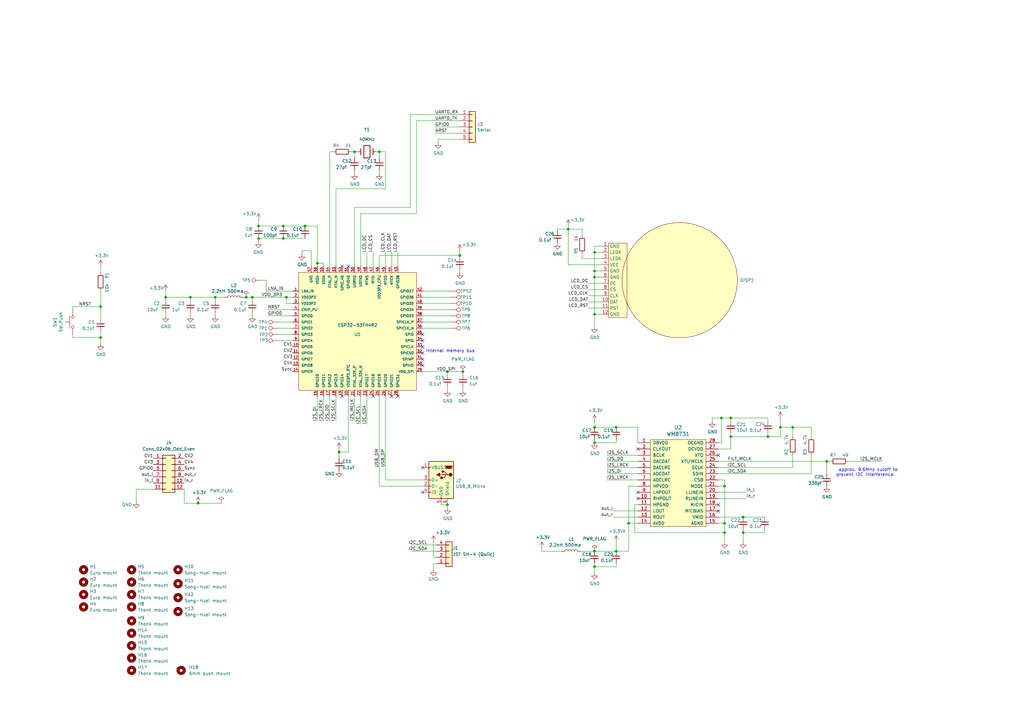
<source format=kicad_sch>
(kicad_sch (version 20230121) (generator eeschema)
  (paper "A3")
  (title_block (title "S3 GTA Panel") (date "2023-08-13"))
  (junction (at 116.205 92.71))
  (junction (at 125.095 92.71))
  (junction (at 189.865 152.4))
  (junction (at 100.965 121.92))
  (junction (at 243.84 111.125))
  (junction (at 257.81 214.63))
  (junction (at 243.84 113.665))
  (junction (at 325.12 175.26))
  (junction (at 78.105 121.92))
  (junction (at 252.73 226.06))
  (junction (at 243.84 226.06))
  (junction (at 188.595 104.775))
  (junction (at 106.045 92.71))
  (junction (at 243.84 181.61))
  (junction (at 304.8 218.44))
  (junction (at 320.04 175.26))
  (junction (at 139.065 185.42))
  (junction (at 243.84 128.905))
  (junction (at 41.275 138.43))
  (junction (at 295.91 171.45))
  (junction (at 297.18 214.63))
  (junction (at 130.175 107.95))
  (junction (at 155.575 62.23))
  (junction (at 314.96 179.07))
  (junction (at 145.415 62.23))
  (junction (at 299.72 179.07))
  (junction (at 304.8 212.09))
  (junction (at 106.045 97.79))
  (junction (at 297.18 218.44))
  (junction (at 297.18 199.39))
  (junction (at 243.84 175.26))
  (junction (at 67.945 121.92))
  (junction (at 81.28 206.375))
  (junction (at 183.515 207.01))
  (junction (at 233.045 93.98))
  (junction (at 117.475 121.92))
  (junction (at 183.515 152.4))
  (junction (at 243.84 103.505))
  (junction (at 252.73 175.26))
  (junction (at 339.09 189.23))
  (junction (at 103.505 121.92))
  (junction (at 243.84 232.41))
  (junction (at 88.265 121.92))
  (junction (at 41.275 125.73))
  (junction (at 299.72 171.45))
  (junction (at 116.205 97.79))
  (no_connect (at 294.64 207.01))
  (no_connect (at 140.335 162.56))
  (no_connect (at 173.355 137.16))
  (no_connect (at 294.64 209.55))
  (no_connect (at 173.355 149.86))
  (no_connect (at 294.64 186.69))
  (no_connect (at 261.62 184.15))
  (no_connect (at 173.355 201.93))
  (no_connect (at 153.035 162.56))
  (no_connect (at 173.355 147.32))
  (no_connect (at 261.62 204.47))
  (no_connect (at 173.355 191.77))
  (no_connect (at 173.355 139.7))
  (no_connect (at 163.195 162.56))
  (no_connect (at 160.655 162.56))
  (no_connect (at 173.355 144.78))
  (no_connect (at 140.335 109.22))
  (no_connect (at 261.62 201.93))
  (no_connect (at 173.355 142.24))
  (no_connect (at 142.875 109.22))
  (wire (pts (xy 173.355 129.54) (xy 184.785 129.54)))
  (wire (pts (xy 158.115 196.85) (xy 173.355 196.85)))
  (wire (pts (xy 155.575 104.775) (xy 155.575 109.22)))
  (wire (pts (xy 145.415 64.77) (xy 145.415 62.23)))
  (wire (pts (xy 88.265 129.54) (xy 88.265 128.27)))
  (wire (pts (xy 188.595 102.87) (xy 188.595 104.775)))
  (wire (pts (xy 294.64 189.23) (xy 339.09 189.23)))
  (wire (pts (xy 158.115 77.47) (xy 137.795 77.47)))
  (wire (pts (xy 252.73 222.25) (xy 252.73 226.06)))
  (wire (pts (xy 155.575 199.39) (xy 173.355 199.39)))
  (wire (pts (xy 147.955 162.56) (xy 147.955 173.99)))
  (wire (pts (xy 142.875 162.56) (xy 142.875 185.42)))
  (wire (pts (xy 243.84 175.26) (xy 243.84 172.72)))
  (wire (pts (xy 127.635 102.87) (xy 127.635 109.22)))
  (wire (pts (xy 103.505 121.92) (xy 117.475 121.92)))
  (wire (pts (xy 189.865 152.4) (xy 189.865 153.67)))
  (wire (pts (xy 261.62 189.23) (xy 248.92 189.23)))
  (wire (pts (xy 135.255 62.23) (xy 135.255 109.22)))
  (wire (pts (xy 75.565 206.375) (xy 75.565 200.66)))
  (wire (pts (xy 173.355 119.38) (xy 184.785 119.38)))
  (wire (pts (xy 304.8 218.44) (xy 304.8 222.25)))
  (wire (pts (xy 257.81 199.39) (xy 257.81 214.63)))
  (wire (pts (xy 163.195 103.505) (xy 163.195 109.22)))
  (wire (pts (xy 243.84 128.905) (xy 247.015 128.905)))
  (wire (pts (xy 168.91 226.06) (xy 179.07 226.06)))
  (wire (pts (xy 41.275 138.43) (xy 41.275 135.89)))
  (wire (pts (xy 145.415 162.56) (xy 145.415 172.72)))
  (wire (pts (xy 155.575 71.12) (xy 155.575 69.85)))
  (wire (pts (xy 243.84 181.61) (xy 252.73 181.61)))
  (wire (pts (xy 158.115 103.505) (xy 158.115 109.22)))
  (wire (pts (xy 297.18 196.85) (xy 294.64 196.85)))
  (wire (pts (xy 314.96 179.07) (xy 314.96 177.8)))
  (wire (pts (xy 177.8 231.14) (xy 179.07 231.14)))
  (wire (pts (xy 160.655 103.505) (xy 160.655 109.22)))
  (wire (pts (xy 154.305 62.23) (xy 155.575 62.23)))
  (wire (pts (xy 294.64 181.61) (xy 295.91 181.61)))
  (wire (pts (xy 145.415 85.09) (xy 168.275 85.09)))
  (wire (pts (xy 81.28 206.375) (xy 90.805 206.375)))
  (wire (pts (xy 145.415 62.23) (xy 146.685 62.23)))
  (wire (pts (xy 261.62 175.26) (xy 252.73 175.26)))
  (wire (pts (xy 299.72 172.72) (xy 299.72 171.45)))
  (wire (pts (xy 241.3 126.365) (xy 247.015 126.365)))
  (wire (pts (xy 183.515 152.4) (xy 189.865 152.4)))
  (wire (pts (xy 173.355 121.92) (xy 184.785 121.92)))
  (wire (pts (xy 257.81 214.63) (xy 257.81 226.06)))
  (wire (pts (xy 116.205 92.71) (xy 106.045 92.71)))
  (wire (pts (xy 179.705 58.42) (xy 179.705 57.15)))
  (wire (pts (xy 130.175 107.95) (xy 130.175 109.22)))
  (wire (pts (xy 130.175 107.95) (xy 132.715 107.95)))
  (wire (pts (xy 294.64 194.31) (xy 332.74 194.31)))
  (wire (pts (xy 67.945 121.92) (xy 67.945 119.38)))
  (wire (pts (xy 238.76 93.98) (xy 233.045 93.98)))
  (wire (pts (xy 109.22 119.38) (xy 120.015 119.38)))
  (wire (pts (xy 297.18 218.44) (xy 297.18 222.25)))
  (wire (pts (xy 132.715 162.56) (xy 132.715 172.72)))
  (wire (pts (xy 135.255 62.23) (xy 136.525 62.23)))
  (wire (pts (xy 294.64 184.15) (xy 299.72 184.15)))
  (wire (pts (xy 222.25 226.06) (xy 222.25 224.79)))
  (wire (pts (xy 29.845 138.43) (xy 29.845 137.16)))
  (wire (pts (xy 325.12 175.26) (xy 325.12 179.07)))
  (wire (pts (xy 183.515 158.75) (xy 183.515 160.02)))
  (wire (pts (xy 294.64 212.09) (xy 304.8 212.09)))
  (wire (pts (xy 332.74 175.26) (xy 332.74 179.07)))
  (wire (pts (xy 251.46 212.09) (xy 261.62 212.09)))
  (wire (pts (xy 241.3 118.745) (xy 247.015 118.745)))
  (wire (pts (xy 294.64 214.63) (xy 297.18 214.63)))
  (wire (pts (xy 304.8 218.44) (xy 313.69 218.44)))
  (wire (pts (xy 295.91 171.45) (xy 299.72 171.45)))
  (wire (pts (xy 295.91 181.61) (xy 295.91 171.45)))
  (wire (pts (xy 29.845 125.73) (xy 41.275 125.73)))
  (wire (pts (xy 314.96 171.45) (xy 314.96 172.72)))
  (wire (pts (xy 238.76 104.14) (xy 238.76 106.045)))
  (wire (pts (xy 142.875 185.42) (xy 139.065 185.42)))
  (wire (pts (xy 173.355 124.46) (xy 184.785 124.46)))
  (wire (pts (xy 294.64 191.77) (xy 325.12 191.77)))
  (wire (pts (xy 29.845 125.73) (xy 29.845 127)))
  (wire (pts (xy 106.045 90.17) (xy 106.045 92.71)))
  (wire (pts (xy 67.945 129.54) (xy 67.945 128.27)))
  (wire (pts (xy 243.84 226.06) (xy 252.73 226.06)))
  (wire (pts (xy 238.125 226.06) (xy 243.84 226.06)))
  (wire (pts (xy 261.62 181.61) (xy 261.62 175.26)))
  (wire (pts (xy 252.73 232.41) (xy 252.73 231.14)))
  (wire (pts (xy 292.1 172.72) (xy 292.1 171.45)))
  (wire (pts (xy 261.62 196.85) (xy 248.92 196.85)))
  (wire (pts (xy 297.18 214.63) (xy 297.18 218.44)))
  (wire (pts (xy 183.515 152.4) (xy 183.515 153.67)))
  (wire (pts (xy 55.88 200.66) (xy 55.88 205.74)))
  (wire (pts (xy 260.35 218.44) (xy 260.35 207.01)))
  (wire (pts (xy 243.84 111.125) (xy 247.015 111.125)))
  (wire (pts (xy 41.275 119.38) (xy 41.275 125.73)))
  (wire (pts (xy 145.415 71.12) (xy 145.415 69.85)))
  (wire (pts (xy 188.595 54.61) (xy 178.435 54.61)))
  (wire (pts (xy 99.695 121.92) (xy 100.965 121.92)))
  (wire (pts (xy 325.12 191.77) (xy 325.12 186.69)))
  (wire (pts (xy 155.575 62.23) (xy 158.115 62.23)))
  (wire (pts (xy 188.595 52.07) (xy 178.435 52.07)))
  (wire (pts (xy 100.965 121.92) (xy 103.505 121.92)))
  (wire (pts (xy 339.09 189.23) (xy 340.36 189.23)))
  (wire (pts (xy 297.18 199.39) (xy 297.18 196.85)))
  (wire (pts (xy 320.04 179.07) (xy 320.04 175.26)))
  (wire (pts (xy 243.84 181.61) (xy 243.84 180.34)))
  (wire (pts (xy 55.88 200.66) (xy 62.865 200.66)))
  (wire (pts (xy 243.84 232.41) (xy 243.84 234.95)))
  (wire (pts (xy 304.8 217.17) (xy 304.8 218.44)))
  (wire (pts (xy 173.355 152.4) (xy 183.515 152.4)))
  (wire (pts (xy 158.115 62.23) (xy 158.115 77.47)))
  (wire (pts (xy 144.145 62.23) (xy 145.415 62.23)))
  (wire (pts (xy 103.505 123.19) (xy 103.505 121.92)))
  (wire (pts (xy 297.18 218.44) (xy 260.35 218.44)))
  (wire (pts (xy 189.865 160.02) (xy 189.865 158.75)))
  (wire (pts (xy 247.015 108.585) (xy 233.045 108.585)))
  (wire (pts (xy 180.975 207.01) (xy 183.515 207.01)))
  (wire (pts (xy 332.74 194.31) (xy 332.74 186.69)))
  (wire (pts (xy 177.8 233.68) (xy 177.8 231.14)))
  (wire (pts (xy 243.84 103.505) (xy 243.84 111.125)))
  (wire (pts (xy 139.065 185.42) (xy 139.065 184.15)))
  (wire (pts (xy 297.18 214.63) (xy 297.18 199.39)))
  (wire (pts (xy 137.795 77.47) (xy 137.795 109.22)))
  (wire (pts (xy 347.98 189.23) (xy 361.95 189.23)))
  (wire (pts (xy 137.795 172.72) (xy 137.795 162.56)))
  (wire (pts (xy 304.8 212.09) (xy 313.69 212.09)))
  (wire (pts (xy 294.64 204.47) (xy 306.07 204.47)))
  (wire (pts (xy 238.76 96.52) (xy 238.76 93.98)))
  (wire (pts (xy 247.015 106.045) (xy 238.76 106.045)))
  (wire (pts (xy 114.3 137.16) (xy 120.015 137.16)))
  (wire (pts (xy 243.84 231.14) (xy 243.84 232.41)))
  (wire (pts (xy 168.275 85.09) (xy 168.275 46.99)))
  (wire (pts (xy 153.035 103.505) (xy 153.035 109.22)))
  (wire (pts (xy 261.62 199.39) (xy 257.81 199.39)))
  (wire (pts (xy 233.045 92.71) (xy 233.045 93.98)))
  (wire (pts (xy 243.84 175.26) (xy 252.73 175.26)))
  (wire (pts (xy 155.575 104.775) (xy 188.595 104.775)))
  (wire (pts (xy 132.715 107.95) (xy 132.715 109.22)))
  (wire (pts (xy 41.275 130.81) (xy 41.275 125.73)))
  (wire (pts (xy 233.045 108.585) (xy 233.045 93.98)))
  (wire (pts (xy 243.84 113.665) (xy 243.84 128.905)))
  (wire (pts (xy 173.355 134.62) (xy 184.785 134.62)))
  (wire (pts (xy 243.84 128.905) (xy 243.84 133.985)))
  (wire (pts (xy 294.64 201.93) (xy 306.07 201.93)))
  (wire (pts (xy 109.855 129.54) (xy 120.015 129.54)))
  (wire (pts (xy 243.84 232.41) (xy 252.73 232.41)))
  (wire (pts (xy 117.475 124.46) (xy 117.475 121.92)))
  (wire (pts (xy 78.105 129.54) (xy 78.105 128.27)))
  (wire (pts (xy 177.8 228.6) (xy 177.8 222.25)))
  (wire (pts (xy 299.72 177.8) (xy 299.72 179.07)))
  (wire (pts (xy 314.96 179.07) (xy 320.04 179.07)))
  (wire (pts (xy 233.045 93.98) (xy 228.6 93.98)))
  (wire (pts (xy 139.065 185.42) (xy 139.065 187.96)))
  (wire (pts (xy 228.6 93.98) (xy 228.6 94.615)))
  (wire (pts (xy 158.115 162.56) (xy 158.115 196.85)))
  (wire (pts (xy 320.04 175.26) (xy 320.04 171.45)))
  (wire (pts (xy 78.105 121.92) (xy 67.945 121.92)))
  (wire (pts (xy 170.815 49.53) (xy 188.595 49.53)))
  (wire (pts (xy 117.475 121.92) (xy 120.015 121.92)))
  (wire (pts (xy 179.07 228.6) (xy 177.8 228.6)))
  (wire (pts (xy 155.575 62.23) (xy 155.575 64.77)))
  (wire (pts (xy 325.12 175.26) (xy 332.74 175.26)))
  (wire (pts (xy 130.175 172.72) (xy 130.175 162.56)))
  (wire (pts (xy 292.1 171.45) (xy 295.91 171.45)))
  (wire (pts (xy 41.275 140.97) (xy 41.275 138.43)))
  (wire (pts (xy 88.265 121.92) (xy 78.105 121.92)))
  (wire (pts (xy 120.015 124.46) (xy 117.475 124.46)))
  (wire (pts (xy 320.04 175.26) (xy 325.12 175.26)))
  (wire (pts (xy 260.35 207.01) (xy 261.62 207.01)))
  (wire (pts (xy 125.095 92.71) (xy 130.175 92.71)))
  (wire (pts (xy 92.075 121.92) (xy 88.265 121.92)))
  (wire (pts (xy 114.3 134.62) (xy 120.015 134.62)))
  (wire (pts (xy 173.355 132.08) (xy 184.785 132.08)))
  (wire (pts (xy 130.175 92.71) (xy 130.175 107.95)))
  (wire (pts (xy 299.72 171.45) (xy 314.96 171.45)))
  (wire (pts (xy 67.945 123.19) (xy 67.945 121.92)))
  (wire (pts (xy 243.84 103.505) (xy 247.015 103.505)))
  (wire (pts (xy 135.255 162.56) (xy 135.255 172.72)))
  (wire (pts (xy 116.205 92.71) (xy 125.095 92.71)))
  (wire (pts (xy 116.205 97.79) (xy 125.095 97.79)))
  (wire (pts (xy 173.355 127) (xy 184.785 127)))
  (wire (pts (xy 123.825 102.87) (xy 123.825 104.14)))
  (wire (pts (xy 261.62 191.77) (xy 248.92 191.77)))
  (wire (pts (xy 188.595 104.775) (xy 188.595 105.41)))
  (wire (pts (xy 261.62 194.31) (xy 248.92 194.31)))
  (wire (pts (xy 188.595 110.49) (xy 188.595 111.76)))
  (wire (pts (xy 251.46 209.55) (xy 261.62 209.55)))
  (wire (pts (xy 109.22 114.935) (xy 107.315 114.935)))
  (wire (pts (xy 168.91 223.52) (xy 179.07 223.52)))
  (wire (pts (xy 294.64 199.39) (xy 297.18 199.39)))
  (wire (pts (xy 247.015 100.965) (xy 243.84 100.965)))
  (wire (pts (xy 179.705 57.15) (xy 188.595 57.15)))
  (wire (pts (xy 150.495 162.56) (xy 150.495 173.99)))
  (wire (pts (xy 109.22 119.38) (xy 109.22 114.935)))
  (wire (pts (xy 313.69 218.44) (xy 313.69 217.17)))
  (wire (pts (xy 243.84 113.665) (xy 247.015 113.665)))
  (wire (pts (xy 147.955 87.63) (xy 170.815 87.63)))
  (wire (pts (xy 243.84 111.125) (xy 243.84 113.665)))
  (wire (pts (xy 252.73 181.61) (xy 252.73 180.34)))
  (wire (pts (xy 241.3 121.285) (xy 247.015 121.285)))
  (wire (pts (xy 78.105 123.19) (xy 78.105 121.92)))
  (wire (pts (xy 168.275 46.99) (xy 188.595 46.99)))
  (wire (pts (xy 88.265 123.19) (xy 88.265 121.92)))
  (wire (pts (xy 145.415 109.22) (xy 145.415 85.09)))
  (wire (pts (xy 116.205 97.79) (xy 106.045 97.79)))
  (wire (pts (xy 241.3 116.205) (xy 247.015 116.205)))
  (wire (pts (xy 103.505 129.54) (xy 103.505 128.27)))
  (wire (pts (xy 41.275 138.43) (xy 29.845 138.43)))
  (wire (pts (xy 81.28 206.375) (xy 75.565 206.375)))
  (wire (pts (xy 147.955 109.22) (xy 147.955 87.63)))
  (wire (pts (xy 183.515 208.28) (xy 183.515 207.01)))
  (wire (pts (xy 114.3 139.7) (xy 120.015 139.7)))
  (wire (pts (xy 114.3 132.08) (xy 120.015 132.08)))
  (wire (pts (xy 109.855 127) (xy 120.015 127)))
  (wire (pts (xy 155.575 162.56) (xy 155.575 199.39)))
  (wire (pts (xy 261.62 186.69) (xy 248.92 186.69)))
  (wire (pts (xy 252.73 226.06) (xy 257.81 226.06)))
  (wire (pts (xy 299.72 179.07) (xy 314.96 179.07)))
  (wire (pts (xy 339.09 194.31) (xy 339.09 189.23)))
  (wire (pts (xy 261.62 214.63) (xy 257.81 214.63)))
  (wire (pts (xy 230.505 226.06) (xy 222.25 226.06)))
  (wire (pts (xy 170.815 87.63) (xy 170.815 49.53)))
  (wire (pts (xy 127.635 102.87) (xy 123.825 102.87)))
  (wire (pts (xy 241.3 123.825) (xy 247.015 123.825)))
  (wire (pts (xy 299.72 184.15) (xy 299.72 179.07)))
  (wire (pts (xy 41.275 109.22) (xy 41.275 111.76)))
  (wire (pts (xy 106.045 99.06) (xy 106.045 97.79)))
  (wire (pts (xy 243.84 100.965) (xy 243.84 103.505)))
  (wire (pts (xy 150.495 103.505) (xy 150.495 109.22)))
  (text "Internal memory bus" (at 174.625 144.78 0) (effects (font (size 1.27 1.27)) (justify left bottom)))
  (text " approx. 9.6MHz cutoff to\nprevent I2C interference." (at 342.9 195.58 0) (effects (font (size 1.27 1.27)) (justify left bottom)))
  (label "out_r" (at 251.46 212.09 180))
  (label "out_l" (at 251.46 209.55 180))
  (label "GPIO0" (at 62.865 193.04 180))
  (label "UART0_TX" (at 178.435 49.53 0))
  (label "NRST" (at 32.385 125.73 0))
  (label "VDD_3P3" (at 107.315 121.92 0))
  (label "LCD_CS" (at 153.035 103.505 90))
  (label "LNA_IN" (at 109.855 119.38 0))
  (label "in_l" (at 62.865 198.12 180))
  (label "VDD_SPI" (at 179.07 152.4 0))
  (label "CV3" (at 62.865 190.5 180))
  (label "in_l" (at 306.07 201.93 0))
  (label "LCD_RST" (at 163.195 103.505 90))
  (label "I2C_SCL" (at 175.26 223.52 180))
  (label "CV1" (at 62.865 187.96 180))
  (label "I2C_SCL" (at 147.955 173.99 90))
  (label "CV2" (at 120.015 144.78 180))
  (label "LCD_CLK" (at 158.115 103.505 90))
  (label "I2S_LRCK" (at 248.92 196.85 0))
  (label "Sync" (at 120.015 152.4 180))
  (label "I2S_LRCK" (at 248.92 191.77 0))
  (label "LCD_CS" (at 241.3 118.745 180))
  (label "GPIO0" (at 178.435 52.07 0))
  (label "LCD_DAT" (at 241.3 123.825 180))
  (label "LCD_RST" (at 241.3 126.365 180))
  (label "GPIO0" (at 109.855 129.54 0))
  (label "USB_DM" (at 155.575 191.77 90))
  (label "out_l" (at 62.865 195.58 180))
  (label "I2C_SCL" (at 306.07 191.77 180))
  (label "I2S_SCLK" (at 137.795 172.72 90))
  (label "I2C_SDA" (at 306.07 194.31 180))
  (label "I2S_DI" (at 248.92 194.31 0))
  (label "LCD_DC" (at 241.3 116.205 180))
  (label "I2S_MCLK" (at 145.415 172.72 90))
  (label "Sync" (at 75.565 193.04 0))
  (label "I2C_SDA" (at 150.495 173.99 90))
  (label "out_r" (at 75.565 195.58 0))
  (label "NRST" (at 109.855 127 0))
  (label "CV4" (at 120.015 149.86 180))
  (label "LCD_CLK" (at 241.3 121.285 180))
  (label "I2S_LRCK" (at 132.715 172.72 90))
  (label "I2S_DI" (at 130.175 172.72 90))
  (label "I2S_DO" (at 248.92 189.23 0))
  (label "CV2" (at 75.565 187.96 0))
  (label "in_r" (at 306.07 204.47 0))
  (label "USB_DP" (at 158.115 184.15 270))
  (label "I2S_MCLK" (at 361.95 189.23 180))
  (label "CV3" (at 120.015 147.32 180))
  (label "CV1" (at 120.015 142.24 180))
  (label "I2S_SCLK" (at 248.92 186.69 0))
  (label "I2S_DO" (at 135.255 172.72 90))
  (label "NRST" (at 178.435 54.61 0))
  (label "LCD_DC" (at 150.495 103.505 90))
  (label "UART0_RX" (at 178.435 46.99 0))
  (label "LCD_DAT" (at 160.655 103.505 90))
  (label "FILT_MCLK" (at 298.45 189.23 0))
  (label "I2C_SDA" (at 175.26 226.06 180))
  (label "in_r" (at 75.565 198.12 0))
  (label "CV4" (at 75.565 190.5 0))
  (symbol (lib_id "Device:R") (at 238.76 100.33 0) (unit 1)
    (property "Reference" "R5" (at 236.22 102.87 90))
    (property "Value" "1k" (at 236.22 97.79 90))
    (property "Footprint" "Resistor_SMD:R_0603_1608Metric" (effects hide))
    (property "JLC" "https://jlcpcb.com/partdetail/21904-0603WAF1001T5E/C21190" (effects hide))
  )
  (symbol (lib_id "Mechanical:MountingHole") (at 73.025 233.68 0) (unit 1)
    (property "Reference" "H10" (at 75.565 232.41 0) (effects (justify left)))
    (property "Value" "Song-Huei mount" (at 75.565 234.95 0) (effects (justify left)))
    (property "Footprint" "footprints:Mount_Hole_Song_Huei" (effects hide))
  )
  (symbol (lib_id "power:+3.3V") (at 106.045 90.17 0) (mirror y) (unit 1)
    (property "Reference" "#PWR012" (effects hide))
    (property "Value" "+3.3V" (at 102.235 87.63 0))
  )
  (symbol (lib_id "power:GND") (at 103.505 129.54 0) (unit 1)
    (property "Reference" "#PWR011" (effects hide))
    (property "Value" "GND" (at 103.632 133.9342 0))
  )
  (symbol (lib_id "power:GND") (at 145.415 71.12 0) (unit 1)
    (property "Reference" "#PWR017" (effects hide))
    (property "Value" "GND" (at 145.542 75.5142 0))
  )
  (symbol (lib_id "Device:C_Small") (at 116.205 95.25 0) (mirror y) (unit 1)
    (property "Reference" "C9" (at 113.665 93.98 0) (effects (justify left)))
    (property "Value" "100pf" (at 113.665 96.52 0) (effects (justify left)))
    (property "Footprint" "Capacitor_SMD:C_0603_1608Metric" (effects hide))
  )
  (symbol (lib_id "Device:R") (at 344.17 189.23 270) (unit 1)
    (property "Reference" "R7" (at 341.63 186.69 90))
    (property "Value" "49" (at 346.71 186.69 90))
    (property "Footprint" "Resistor_SMD:R_0603_1608Metric" (effects hide))
  )
  (symbol (lib_id "Connector:TestPoint") (at 184.785 119.38 270) (unit 1)
    (property "Reference" "TP12" (at 191.135 119.38 90))
    (property "Value" "TouchPad" (effects hide))
    (property "Footprint" "footprints:TestPoint_Pad_D0.5mm" (effects hide))
  )
  (symbol (lib_id "Connector_Generic:Conn_01x05") (at 193.675 52.07 0) (unit 1)
    (property "Reference" "J3" (at 195.707 51.0032 0) (effects (justify left)))
    (property "Value" "Serial" (at 195.707 53.3146 0) (effects (justify left)))
    (property "Footprint" "Connector_Harwin:Harwin_M20-89005xx_1x05_P2.54mm_Horizontal" (effects hide))
  )
  (symbol (lib_id "Switch:SW_Push") (at 29.845 132.08 90) (mirror x) (unit 1)
    (property "Reference" "SW1" (at 22.606 132.08 0))
    (property "Value" "SW_Push" (at 24.9174 132.08 0))
    (property "Footprint" "Button_Switch_SMD:SW_Push_1P1T_NO_CK_KMR2" (effects hide))
  )
  (symbol (lib_id "Device:C_Small") (at 252.73 177.8 0) (unit 1)
    (property "Reference" "C19" (at 247.65 176.53 0) (effects (justify left)))
    (property "Value" "0.1uf" (at 245.11 179.07 0) (effects (justify left)))
    (property "Footprint" "Capacitor_SMD:C_0603_1608Metric" (effects hide))
  )
  (symbol (lib_id "Device:C_Small") (at 67.945 125.73 0) (unit 1)
    (property "Reference" "C2" (at 62.865 124.46 0) (effects (justify left)))
    (property "Value" "10uf" (at 60.325 127 0) (effects (justify left)))
    (property "Footprint" "Capacitor_SMD:C_0805_2012Metric" (effects hide))
    (property "JLC" "https://jlcpcb.com/partdetail/439567-GRM21BR61H106KE43L/C440198" (effects hide))
  )
  (symbol (lib_id "power:GND") (at 304.8 222.25 0) (unit 1)
    (property "Reference" "#PWR036" (effects hide))
    (property "Value" "GND" (at 304.927 226.6442 0))
  )
  (symbol (lib_id "power:GND") (at 183.515 160.02 0) (unit 1)
    (property "Reference" "#PWR023" (effects hide))
    (property "Value" "GND" (at 183.642 164.4142 0))
  )
  (symbol (lib_id "Device:C_Small") (at 339.09 196.85 0) (unit 1)
    (property "Reference" "C25" (at 334.01 195.58 0) (effects (justify left)))
    (property "Value" "330pf" (at 331.47 198.12 0) (effects (justify left)))
    (property "Footprint" "Capacitor_SMD:C_0603_1608Metric" (effects hide))
  )
  (symbol (lib_id "Connector:TestPoint") (at 114.3 132.08 90) (unit 1)
    (property "Reference" "TP4" (at 107.95 132.08 90))
    (property "Value" "TouchPad" (effects hide))
    (property "Footprint" "footprints:quarter_touch" (effects hide))
  )
  (symbol (lib_id "power:+3.3V") (at 222.25 224.79 0) (unit 1)
    (property "Reference" "#PWR05" (effects hide))
    (property "Value" "+3.3V" (at 222.631 220.3958 0))
  )
  (symbol (lib_id "Connector:TestPoint") (at 184.785 124.46 270) (unit 1)
    (property "Reference" "TP10" (at 191.135 124.46 90))
    (property "Value" "TouchPad" (effects hide))
    (property "Footprint" "footprints:TestPoint_Pad_D0.5mm" (effects hide))
  )
  (symbol (lib_id "Device:C_Small") (at 88.265 125.73 0) (unit 1)
    (property "Reference" "C5" (at 83.185 124.46 0) (effects (justify left)))
    (property "Value" "0.1uf" (at 80.645 127 0) (effects (justify left)))
    (property "Footprint" "Capacitor_SMD:C_0603_1608Metric" (effects hide))
    (property "JLC" "https://jlcpcb.com/partdetail/Yageo-CC0603KRX7R9BB104/C14663" (effects hide))
  )
  (symbol (lib_id "Mechanical:MountingHole") (at 34.29 233.68 0) (unit 1)
    (property "Reference" "H1" (at 36.83 232.41 0) (effects (justify left)))
    (property "Value" "Euro mount" (at 36.83 234.95 0) (effects (justify left)))
    (property "Footprint" "footprints:Mount_Hole_Euro_Rack" (effects hide))
  )
  (symbol (lib_id "power:+3.3V") (at 320.04 171.45 0) (unit 1)
    (property "Reference" "#PWR037" (effects hide))
    (property "Value" "+3.3V" (at 320.421 167.0558 0))
  )
  (symbol (lib_id "power:GND") (at 243.84 181.61 0) (unit 1)
    (property "Reference" "#PWR031" (effects hide))
    (property "Value" "GND" (at 243.967 186.0042 0))
  )
  (symbol (lib_id "Device:L") (at 234.315 226.06 90) (unit 1)
    (property "Reference" "L1" (at 234.315 221.234 90))
    (property "Value" "2.2nH 500ma" (at 231.775 223.52 90))
    (property "Footprint" "Capacitor_SMD:C_0603_1608Metric" (effects hide))
  )
  (symbol (lib_id "power:GND") (at 78.105 129.54 0) (unit 1)
    (property "Reference" "#PWR07" (effects hide))
    (property "Value" "GND" (at 78.232 133.9342 0))
  )
  (symbol (lib_id "power:GND") (at 123.825 104.14 0) (unit 1)
    (property "Reference" "#PWR014" (effects hide))
    (property "Value" "GND" (at 123.952 108.5342 0))
  )
  (symbol (lib_id "power:+3.3V") (at 233.045 92.71 0) (unit 1)
    (property "Reference" "#PWR029" (effects hide))
    (property "Value" "+3.3V" (at 236.855 90.17 0))
  )
  (symbol (lib_id "power:GND") (at 228.6 99.695 0) (unit 1)
    (property "Reference" "#PWR039" (effects hide))
    (property "Value" "GND" (at 228.727 104.0892 0))
  )
  (symbol (lib_id "power:+3.3V") (at 41.275 109.22 0) (unit 1)
    (property "Reference" "#PWR01" (effects hide))
    (property "Value" "+3.3V" (at 41.656 104.8258 0))
  )
  (symbol (lib_id "Mechanical:MountingHole") (at 73.025 245.11 0) (unit 1)
    (property "Reference" "H12" (at 75.565 243.84 0) (effects (justify left)))
    (property "Value" "Song-Huei mount" (at 75.565 246.38 0) (effects (justify left)))
    (property "Footprint" "footprints:Mount_Hole_Song_Huei" (effects hide))
  )
  (symbol (lib_id "Mechanical:MountingHole") (at 53.975 264.795 0) (unit 1)
    (property "Reference" "H15" (at 56.515 263.525 0) (effects (justify left)))
    (property "Value" "Thonk mount" (at 56.515 266.065 0) (effects (justify left)))
    (property "Footprint" "footprints:Mount_Hole_Thonk" (effects hide))
  )
  (symbol (lib_id "power:PWR_FLAG") (at 100.965 121.92 0) (unit 1)
    (property "Reference" "#FLG01" (effects hide))
    (property "Value" "PWR_FLAG" (effects hide))
  )
  (symbol (lib_id "Device:C_Small") (at 145.415 67.31 0) (unit 1)
    (property "Reference" "C12" (at 140.335 66.04 0) (effects (justify left)))
    (property "Value" "27pf" (at 137.795 68.58 0) (effects (justify left)))
    (property "Footprint" "Capacitor_SMD:C_0603_1608Metric" (effects hide))
    (property "JLC" "https://jlcpcb.com/partdetail/Yageo-CC0603JRNPO9BN270/C107045" (effects hide))
  )
  (symbol (lib_id "power:+3.3VA") (at 252.73 222.25 0) (unit 1)
    (property "Reference" "#PWR033" (effects hide))
    (property "Value" "+3.3VA" (at 253.111 217.8558 0))
  )
  (symbol (lib_id "Connector_Generic:Conn_02x06_Odd_Even") (at 67.945 193.04 0) (unit 1)
    (property "Reference" "J4" (at 69.215 181.61 0))
    (property "Value" "Conn_02x06_Odd_Even" (at 69.215 184.15 0))
    (property "Footprint" "Connector_PinHeader_2.54mm:PinHeader_2x06_P2.54mm_Vertical_SMD" (effects hide))
  )
  (symbol (lib_id "Mechanical:MountingHole") (at 53.975 269.875 0) (unit 1)
    (property "Reference" "H16" (at 56.515 268.605 0) (effects (justify left)))
    (property "Value" "Thonk mount" (at 56.515 271.145 0) (effects (justify left)))
    (property "Footprint" "footprints:Mount_Hole_Thonk" (effects hide))
  )
  (symbol (lib_id "power:+3.3V") (at 243.84 172.72 0) (unit 1)
    (property "Reference" "#PWR030" (effects hide))
    (property "Value" "+3.3V" (at 244.221 168.3258 0))
  )
  (symbol (lib_id "Connector:TestPoint") (at 114.3 134.62 90) (unit 1)
    (property "Reference" "TP1" (at 107.95 134.62 90))
    (property "Value" "TouchPad" (effects hide))
    (property "Footprint" "footprints:quarter_touch" (effects hide))
  )
  (symbol (lib_id "Device:C_Small") (at 183.515 156.21 0) (unit 1)
    (property "Reference" "C15" (at 178.435 154.94 0) (effects (justify left)))
    (property "Value" "0.1uf" (at 175.895 157.48 0) (effects (justify left)))
    (property "Footprint" "Capacitor_SMD:C_0603_1608Metric" (effects hide))
    (property "JLC" "https://jlcpcb.com/partdetail/Yageo-CC0603KRX7R9BB104/C14663" (effects hide))
  )
  (symbol (lib_id "Mechanical:MountingHole") (at 53.975 248.92 0) (unit 1)
    (property "Reference" "H8" (at 56.515 247.65 0) (effects (justify left)))
    (property "Value" "Thonk mount" (at 56.515 250.19 0) (effects (justify left)))
    (property "Footprint" "footprints:Mount_Hole_Thonk" (effects hide))
  )
  (symbol (lib_id "power:+3.3V") (at 177.8 222.25 0) (unit 1)
    (property "Reference" "#PWR06" (effects hide))
    (property "Value" "+3.3V" (at 181.61 218.44 0))
  )
  (symbol (lib_id "Mechanical:MountingHole") (at 53.975 243.84 0) (unit 1)
    (property "Reference" "H7" (at 56.515 242.57 0) (effects (justify left)))
    (property "Value" "Thonk mount" (at 56.515 245.11 0) (effects (justify left)))
    (property "Footprint" "footprints:Mount_Hole_Thonk" (effects hide))
  )
  (symbol (lib_id "Device:C_Small") (at 299.72 175.26 0) (unit 1)
    (property "Reference" "C21" (at 302.0568 174.0916 0) (effects (justify left)))
    (property "Value" "10uf" (at 302.0568 176.403 0) (effects (justify left)))
    (property "Footprint" "Capacitor_SMD:C_0805_2012Metric" (effects hide))
  )
  (symbol (lib_id "Mechanical:MountingHole") (at 53.975 274.955 0) (unit 1)
    (property "Reference" "H17" (at 56.515 273.685 0) (effects (justify left)))
    (property "Value" "Thonk mount" (at 56.515 276.225 0) (effects (justify left)))
    (property "Footprint" "footprints:Mount_Hole_Thonk" (effects hide))
  )
  (symbol (lib_id "Device:C_Small") (at 189.865 156.21 0) (unit 1)
    (property "Reference" "C16" (at 192.405 154.94 0) (effects (justify left)))
    (property "Value" "1uf" (at 192.405 157.48 0) (effects (justify left)))
    (property "Footprint" "Capacitor_SMD:C_0603_1608Metric" (effects hide))
    (property "JLC" "https://jlcpcb.com/partdetail/16531-CL10A105KB8NNNC/C15849" (effects hide))
  )
  (symbol (lib_id "power:GND") (at 339.09 199.39 0) (unit 1)
    (property "Reference" "#PWR038" (effects hide))
    (property "Value" "GND" (at 339.217 203.7842 0))
  )
  (symbol (lib_id "Device:L") (at 95.885 121.92 90) (unit 1)
    (property "Reference" "L2" (at 95.885 117.094 90))
    (property "Value" "2.2nH 500ma" (at 93.345 119.38 90))
    (property "Footprint" "Capacitor_SMD:C_0603_1608Metric" (effects hide))
  )
  (symbol (lib_id "Mechanical:MountingHole") (at 73.025 250.825 0) (unit 1)
    (property "Reference" "H13" (at 75.565 249.555 0) (effects (justify left)))
    (property "Value" "Song-Huei mount" (at 75.565 252.095 0) (effects (justify left)))
    (property "Footprint" "footprints:Mount_Hole_Song_Huei" (effects hide))
  )
  (symbol (lib_id "Device:C_Small") (at 103.505 125.73 0) (unit 1)
    (property "Reference" "C7" (at 98.425 124.46 0) (effects (justify left)))
    (property "Value" "0.1uf" (at 95.885 127 0) (effects (justify left)))
    (property "Footprint" "Capacitor_SMD:C_0603_1608Metric" (effects hide))
    (property "JLC" "https://jlcpcb.com/partdetail/Yageo-CC0603KRX7R9BB104/C14663" (effects hide))
  )
  (symbol (lib_id "Connector:TestPoint") (at 184.785 127 270) (unit 1)
    (property "Reference" "TP9" (at 191.135 127 90))
    (property "Value" "TouchPad" (effects hide))
    (property "Footprint" "footprints:TestPoint_Pad_D0.5mm" (effects hide))
  )
  (symbol (lib_id "power:+3.3V") (at 188.595 102.87 0) (unit 1)
    (property "Reference" "#PWR019" (effects hide))
    (property "Value" "+3.3V" (at 192.405 100.33 0))
  )
  (symbol (lib_id "Mechanical:MountingHole") (at 53.975 238.76 0) (unit 1)
    (property "Reference" "H6" (at 56.515 237.49 0) (effects (justify left)))
    (property "Value" "Thonk mount" (at 56.515 240.03 0) (effects (justify left)))
    (property "Footprint" "footprints:Mount_Hole_Thonk" (effects hide))
  )
  (symbol (lib_id "Connector:USB_B_Micro") (at 180.975 196.85 0) (mirror y) (unit 1)
    (property "Reference" "J2" (at 186.817 197.1294 0) (effects (justify right)))
    (property "Value" "USB_B_Micro" (at 186.817 199.4408 0) (effects (justify right)))
    (property "Footprint" "footprints:USB_Micro-B_10103594-0001LF_actual_outline" (effects hide))
  )
  (symbol (lib_id "power:GND") (at 106.045 99.06 0) (mirror y) (unit 1)
    (property "Reference" "#PWR013" (effects hide))
    (property "Value" "GND" (at 105.918 103.4542 0))
  )
  (symbol (lib_id "Device:C_Small") (at 155.575 67.31 0) (unit 1)
    (property "Reference" "C13" (at 150.495 66.04 0) (effects (justify left)))
    (property "Value" "27pf" (at 147.955 68.58 0) (effects (justify left)))
    (property "Footprint" "Capacitor_SMD:C_0603_1608Metric" (effects hide))
    (property "JLC" "https://jlcpcb.com/partdetail/Yageo-CC0603JRNPO9BN270/C107045" (effects hide))
  )
  (symbol (lib_id "Device:C_Small") (at 228.6 97.155 0) (unit 1)
    (property "Reference" "C26" (at 223.52 95.885 0) (effects (justify left)))
    (property "Value" "0.1uf" (at 220.98 98.425 0) (effects (justify left)))
    (property "Footprint" "Capacitor_SMD:C_0603_1608Metric" (effects hide))
    (property "JLC" "https://jlcpcb.com/partdetail/Yageo-CC0603KRX7R9BB104/C14663" (effects hide))
  )
  (symbol (lib_id "Mechanical:MountingHole") (at 34.29 238.76 0) (unit 1)
    (property "Reference" "H2" (at 36.83 237.49 0) (effects (justify left)))
    (property "Value" "Euro mount" (at 36.83 240.03 0) (effects (justify left)))
    (property "Footprint" "footprints:Mount_Hole_Euro_Rack" (effects hide))
  )
  (symbol (lib_id "Connector:TestPoint") (at 184.785 132.08 270) (unit 1)
    (property "Reference" "TP7" (at 191.135 132.08 90))
    (property "Value" "TouchPad" (effects hide))
    (property "Footprint" "footprints:TestPoint_Pad_D0.5mm" (effects hide))
  )
  (symbol (lib_id "emeb_library:GC9A01_LCD") (at 249.555 114.935 0) (unit 1)
    (property "Reference" "DISP1" (at 303.53 114.935 0) (effects (justify left)))
    (property "Value" "~" (at 249.555 114.935 0))
    (property "Footprint" "footprints:Round_LCD_GC9A01" (effects hide))
  )
  (symbol (lib_id "Device:C_Small") (at 243.84 228.6 0) (unit 1)
    (property "Reference" "C18" (at 238.76 227.33 0) (effects (justify left)))
    (property "Value" "10uf" (at 237.49 229.87 0) (effects (justify left)))
    (property "Footprint" "Capacitor_SMD:C_0805_2012Metric" (effects hide))
  )
  (symbol (lib_id "power:GND") (at 41.275 140.97 0) (unit 1)
    (property "Reference" "#PWR02" (effects hide))
    (property "Value" "GND" (at 41.402 145.3642 0))
  )
  (symbol (lib_id "Connector:TestPoint") (at 114.3 137.16 90) (unit 1)
    (property "Reference" "TP2" (at 108.1511 137.2824 90))
    (property "Value" "TouchPad" (effects hide))
    (property "Footprint" "footprints:quarter_touch" (effects hide))
  )
  (symbol (lib_id "Connector_Generic:Conn_01x04") (at 184.15 228.6 0) (mirror x) (unit 1)
    (property "Reference" "J1" (at 186.69 224.79 0))
    (property "Value" "JST SH-4 (Qwiic)" (at 194.31 227.33 0))
    (property "Footprint" "footprints:JST_SH_SM04B-SRSS-TB_04x1.00mm_Angled" (effects hide))
  )
  (symbol (lib_id "Device:C_Small") (at 125.095 95.25 0) (unit 1)
    (property "Reference" "C10" (at 120.015 93.98 0) (effects (justify left)))
    (property "Value" "0.1uf" (at 117.475 96.52 0) (effects (justify left)))
    (property "Footprint" "Capacitor_SMD:C_0603_1608Metric" (effects hide))
    (property "JLC" "https://jlcpcb.com/partdetail/Yageo-CC0603KRX7R9BB104/C14663" (effects hide))
  )
  (symbol (lib_id "power:GND") (at 188.595 111.76 0) (unit 1)
    (property "Reference" "#PWR020" (effects hide))
    (property "Value" "GND" (at 188.722 116.1542 0))
  )
  (symbol (lib_id "power:PWR_FLAG") (at 90.805 206.375 0) (unit 1)
    (property "Reference" "#FLG04" (effects hide))
    (property "Value" "PWR_FLAG" (at 90.805 201.295 0))
  )
  (symbol (lib_id "power:GND") (at 189.865 160.02 0) (unit 1)
    (property "Reference" "#PWR027" (effects hide))
    (property "Value" "GND" (at 189.992 164.4142 0))
  )
  (symbol (lib_id "power:GND") (at 88.265 129.54 0) (unit 1)
    (property "Reference" "#PWR09" (effects hide))
    (property "Value" "GND" (at 88.392 133.9342 0))
  )
  (symbol (lib_id "Device:R") (at 140.335 62.23 270) (unit 1)
    (property "Reference" "R4" (at 137.795 59.69 90))
    (property "Value" "1k" (at 142.875 59.69 90))
    (property "Footprint" "Resistor_SMD:R_0603_1608Metric" (effects hide))
    (property "JLC" "https://jlcpcb.com/partdetail/21904-0603WAF1001T5E/C21190" (effects hide))
  )
  (symbol (lib_id "emeb_library:Crystal_4pin_SMD") (at 150.495 62.23 0) (unit 1)
    (property "Reference" "Y1" (at 150.495 53.1368 0))
    (property "Value" "40MHz" (at 150.495 57.15 0))
    (property "Footprint" "Crystal:Crystal_SMD_3225-4Pin_3.2x2.5mm" (effects hide))
    (property "LCSC" "https://www.lcsc.com/product-detail/Crystals_JWT-CF4040M00012_C5765977.html" (effects hide))
  )
  (symbol (lib_id "Device:C_Small") (at 243.84 177.8 0) (unit 1)
    (property "Reference" "C17" (at 238.76 176.53 0) (effects (justify left)))
    (property "Value" "10uf" (at 237.49 179.07 0) (effects (justify left)))
    (property "Footprint" "Capacitor_SMD:C_0805_2012Metric" (effects hide))
  )
  (symbol (lib_id "power:GND") (at 183.515 208.28 0) (unit 1)
    (property "Reference" "#PWR024" (effects hide))
    (property "Value" "GND" (at 183.642 212.6742 0))
  )
  (symbol (lib_id "Connector:TestPoint") (at 184.785 134.62 270) (unit 1)
    (property "Reference" "TP6" (at 191.135 134.62 90))
    (property "Value" "TouchPad" (effects hide))
    (property "Footprint" "footprints:TestPoint_Pad_D0.5mm" (effects hide))
  )
  (symbol (lib_id "Device:C_Small") (at 106.045 95.25 0) (mirror y) (unit 1)
    (property "Reference" "C8" (at 103.505 93.98 0) (effects (justify left)))
    (property "Value" "1uf" (at 103.505 96.52 0) (effects (justify left)))
    (property "Footprint" "Capacitor_SMD:C_0603_1608Metric" (effects hide))
    (property "JLC" "https://jlcpcb.com/partdetail/16531-CL10A105KB8NNNC/C15849" (effects hide))
  )
  (symbol (lib_id "power:PWR_FLAG") (at 243.84 226.06 0) (unit 1)
    (property "Reference" "#FLG02" (effects hide))
    (property "Value" "PWR_FLAG" (at 243.84 220.98 0))
  )
  (symbol (lib_id "Mechanical:MountingHole") (at 73.025 239.395 0) (unit 1)
    (property "Reference" "H11" (at 75.565 238.125 0) (effects (justify left)))
    (property "Value" "Song-Huei mount" (at 75.565 240.665 0) (effects (justify left)))
    (property "Footprint" "footprints:Mount_Hole_Song_Huei" (effects hide))
  )
  (symbol (lib_id "Connector:TestPoint") (at 114.3 139.7 90) (unit 1)
    (property "Reference" "TP3" (at 108.2356 139.5777 90))
    (property "Value" "TouchPad" (effects hide))
    (property "Footprint" "footprints:quarter_touch" (effects hide))
  )
  (symbol (lib_id "Device:C_Small") (at 78.105 125.73 0) (unit 1)
    (property "Reference" "C3" (at 73.025 124.46 0) (effects (justify left)))
    (property "Value" "1uf" (at 70.485 127 0) (effects (justify left)))
    (property "Footprint" "Capacitor_SMD:C_0603_1608Metric" (effects hide))
    (property "JLC" "https://jlcpcb.com/partdetail/16531-CL10A105KB8NNNC/C15849" (effects hide))
  )
  (symbol (lib_id "power:GND") (at 179.705 58.42 0) (unit 1)
    (property "Reference" "#PWR021" (effects hide))
    (property "Value" "GND" (at 179.832 62.8142 0))
  )
  (symbol (lib_id "Connector:TestPoint") (at 107.315 114.935 90) (unit 1)
    (property "Reference" "TP5" (at 100.965 114.935 90))
    (property "Value" "TouchPad" (effects hide))
    (property "Footprint" "footprints:TestPoint_Pad_D0.5mm" (effects hide))
  )
  (symbol (lib_id "Device:C_Small") (at 41.275 133.35 0) (unit 1)
    (property "Reference" "C1" (at 36.195 132.08 0) (effects (justify left)))
    (property "Value" "0.1uf" (at 33.655 134.62 0) (effects (justify left)))
    (property "Footprint" "Capacitor_SMD:C_0603_1608Metric" (effects hide))
    (property "JLC" "https://jlcpcb.com/partdetail/Yageo-CC0603KRX7R9BB104/C14663" (effects hide))
  )
  (symbol (lib_id "Mechanical:MountingHole") (at 53.975 259.715 0) (unit 1)
    (property "Reference" "H14" (at 56.515 258.445 0) (effects (justify left)))
    (property "Value" "Thonk mount" (at 56.515 260.985 0) (effects (justify left)))
    (property "Footprint" "footprints:Mount_Hole_Thonk" (effects hide))
  )
  (symbol (lib_id "Connector:TestPoint") (at 184.785 121.92 270) (unit 1)
    (property "Reference" "TP11" (at 191.135 121.92 90))
    (property "Value" "TouchPad" (effects hide))
    (property "Footprint" "footprints:TestPoint_Pad_D0.5mm" (effects hide))
  )
  (symbol (lib_id "Device:C_Small") (at 139.065 190.5 0) (unit 1)
    (property "Reference" "C11" (at 140.335 189.23 0) (effects (justify left)))
    (property "Value" "0.1uf" (at 140.335 191.77 0) (effects (justify left)))
    (property "Footprint" "Capacitor_SMD:C_0603_1608Metric" (effects hide))
    (property "JLC" "https://jlcpcb.com/partdetail/Yageo-CC0603KRX7R9BB104/C14663" (effects hide))
  )
  (symbol (lib_id "power:+3.3V") (at 139.065 184.15 0) (unit 1)
    (property "Reference" "#PWR015" (effects hide))
    (property "Value" "+3.3V" (at 139.446 179.7558 0))
  )
  (symbol (lib_id "Device:C_Small") (at 314.96 175.26 0) (unit 1)
    (property "Reference" "C24" (at 309.88 173.99 0) (effects (justify left)))
    (property "Value" "0.1uf" (at 307.34 176.53 0) (effects (justify left)))
    (property "Footprint" "Capacitor_SMD:C_0603_1608Metric" (effects hide))
  )
  (symbol (lib_id "Mechanical:MountingHole") (at 34.29 243.84 0) (unit 1)
    (property "Reference" "H3" (at 36.83 242.57 0) (effects (justify left)))
    (property "Value" "Euro mount" (at 36.83 245.11 0) (effects (justify left)))
    (property "Footprint" "footprints:Mount_Hole_Euro_Rack" (effects hide))
  )
  (symbol (lib_id "Mechanical:MountingHole") (at 74.295 274.955 0) (unit 1)
    (property "Reference" "H18" (at 77.47 273.685 0) (effects (justify left)))
    (property "Value" "6mm push mount" (at 77.47 276.225 0) (effects (justify left)))
    (property "Footprint" "footprints:Mount_Hole_Toggle_Submini" (effects hide))
  )
  (symbol (lib_id "Connector:TestPoint") (at 184.785 129.54 270) (unit 1)
    (property "Reference" "TP8" (at 191.135 129.54 90))
    (property "Value" "TouchPad" (effects hide))
    (property "Footprint" "footprints:TestPoint_Pad_D0.5mm" (effects hide))
  )
  (symbol (lib_id "power:GND") (at 243.84 234.95 0) (unit 1)
    (property "Reference" "#PWR032" (effects hide))
    (property "Value" "GND" (at 243.967 239.3442 0))
  )
  (symbol (lib_id "emeb_library:WM8731") (at 278.13 198.12 0) (unit 1)
    (property "Reference" "U2" (at 278.13 175.3362 0) (effects (font (size 1.524 1.524))))
    (property "Value" "WM8731" (at 278.13 178.0286 0) (effects (font (size 1.524 1.524))))
    (property "Footprint" "Package_SO:SSOP-28_5.3x10.2mm_P0.65mm" (effects hide))
  )
  (symbol (lib_id "Device:C_Small") (at 304.8 214.63 0) (unit 1)
    (property "Reference" "C22" (at 299.72 213.36 0) (effects (justify left)))
    (property "Value" "10uf" (at 298.45 215.9 0) (effects (justify left)))
    (property "Footprint" "Capacitor_SMD:C_0805_2012Metric" (effects hide))
  )
  (symbol (lib_id "power:GND") (at 139.065 193.04 0) (unit 1)
    (property "Reference" "#PWR016" (effects hide))
    (property "Value" "GND" (at 135.255 194.31 0))
  )
  (symbol (lib_id "emeb_library:ESP32-S3_emeb") (at 146.685 135.89 0) (unit 1)
    (property "Reference" "U1" (at 146.685 137.16 0))
    (property "Value" "ESP32-S3FH4R2" (at 146.685 133.35 0))
    (property "Footprint" "footprints:ESP32-S3" (effects hide))
    (property "Datasheet" "https://www.espressif.com/sites/default/files/documentation/esp32-s2_datasheet_en.pdf" (effects hide))
    (property "ambient temperature range high" "+105°C" (effects hide))
    (property "ambient temperature range low" "-40°C" (effects hide))
    (property "automotive" "No" (effects hide))
    (property "bandwidth" "40MHz" (effects hide))
    (property "category" "IC" (effects hide))
    (property "data rate" "150Mbits/s" (effects hide))
    (property "device class L1" "Integrated Circuits (ICs)" (effects hide))
    (property "device class L2" "RF Semiconductors and Devices" (effects hide))
    (property "device class L3" "Transceivers" (effects hide))
    (property "digikey description" "RX TXRX MOD WIFI SURFACE MOUNT" (effects hide))
    (property "digikey part number" "1965-ESP32-S2TR-ND" (effects hide))
    (property "height" "0.9mm" (effects hide))
    (property "interface" "I2C,SPI,UART,USB,I2S,Other" (effects hide))
    (property "ipc land pattern name" "QFN40P700X700X85-56" (effects hide))
    (property "lead free" "Yes" (effects hide))
    (property "library id" "aeb43a67ce7aabf7" (effects hide))
    (property "manufacturer" "Espressif Systems" (effects hide))
    (property "max frequency" "2.4GHz" (effects hide))
    (property "max junction temp" "+125°C" (effects hide))
    (property "max supply voltage" "3.6V" (effects hide))
    (property "min supply voltage" "1.8V" (effects hide))
    (property "mouser part number" "356-ESP32-S2" (effects hide))
    (property "nominal supply current" "0.5A" (effects hide))
    (property "number of ADC channels" "20" (effects hide))
    (property "number of GPIO" "43" (effects hide))
    (property "package" "QFN56" (effects hide))
    (property "receiving current" "68mA" (effects hide))
    (property "rohs" "Yes" (effects hide))
    (property "sensitivity" "-97dBm" (effects hide))
    (property "standoff height" "0mm" (effects hide))
    (property "temperature range high" "+105°C" (effects hide))
    (property "temperature range low" "-40°C" (effects hide))
    (property "transmitting current" "310mA" (effects hide))
    (property "JLC" "https://jlcpcb.com/partdetail/EspressifSystems-ESP32S3FH4R2/C3013940" (effects hide))
  )
  (symbol (lib_id "Device:R") (at 41.275 115.57 180) (unit 1)
    (property "Reference" "R1" (at 43.815 113.03 90))
    (property "Value" "10k" (at 43.815 118.11 90))
    (property "Footprint" "Resistor_SMD:R_0603_1608Metric" (effects hide))
    (property "JLC" "https://jlcpcb.com/partdetail/26547-0603WAF1002T5E/C25804" (effects hide))
  )
  (symbol (lib_id "power:GND") (at 297.18 222.25 0) (unit 1)
    (property "Reference" "#PWR035" (effects hide))
    (property "Value" "GND" (at 297.307 226.6442 0))
  )
  (symbol (lib_id "power:PWR_FLAG") (at 189.865 152.4 0) (unit 1)
    (property "Reference" "#FLG03" (effects hide))
    (property "Value" "PWR_FLAG" (at 189.865 147.32 0))
  )
  (symbol (lib_id "Device:C_Small") (at 188.595 107.95 0) (unit 1)
    (property "Reference" "C14" (at 183.515 106.68 0) (effects (justify left)))
    (property "Value" "0.1uf" (at 180.975 109.22 0) (effects (justify left)))
    (property "Footprint" "Capacitor_SMD:C_0603_1608Metric" (effects hide))
    (property "JLC" "https://jlcpcb.com/partdetail/Yageo-CC0603KRX7R9BB104/C14663" (effects hide))
  )
  (symbol (lib_id "Mechanical:MountingHole") (at 34.29 248.92 0) (unit 1)
    (property "Reference" "H4" (at 36.83 247.65 0) (effects (justify left)))
    (property "Value" "Euro mount" (at 36.83 250.19 0) (effects (justify left)))
    (property "Footprint" "footprints:Mount_Hole_Euro_Rack" (effects hide))
  )
  (symbol (lib_id "power:GND") (at 67.945 129.54 0) (unit 1)
    (property "Reference" "#PWR04" (effects hide))
    (property "Value" "GND" (at 68.072 133.9342 0))
  )
  (symbol (lib_id "power:GND") (at 155.575 71.12 0) (unit 1)
    (property "Reference" "#PWR018" (effects hide))
    (property "Value" "GND" (at 155.702 75.5142 0))
  )
  (symbol (lib_id "Mechanical:MountingHole") (at 53.975 233.68 0) (unit 1)
    (property "Reference" "H5" (at 56.515 232.41 0) (effects (justify left)))
    (property "Value" "Thonk mount" (at 56.515 234.95 0) (effects (justify left)))
    (property "Footprint" "footprints:Mount_Hole_Thonk" (effects hide))
  )
  (symbol (lib_id "power:+3.3V") (at 81.28 206.375 0) (unit 1)
    (property "Reference" "#PWR026" (effects hide))
    (property "Value" "+3.3V" (at 81.661 201.9808 0))
  )
  (symbol (lib_id "power:GND") (at 243.84 133.985 0) (unit 1)
    (property "Reference" "#PWR028" (effects hide))
    (property "Value" "GND" (at 243.967 138.3792 0))
  )
  (symbol (lib_id "Device:C_Small") (at 252.73 228.6 0) (unit 1)
    (property "Reference" "C20" (at 247.65 227.33 0) (effects (justify left)))
    (property "Value" "0.1uf" (at 246.38 229.87 0) (effects (justify left)))
    (property "Footprint" "Capacitor_SMD:C_0603_1608Metric" (effects hide))
  )
  (symbol (lib_id "power:GND") (at 177.8 233.68 0) (unit 1)
    (property "Reference" "#PWR08" (effects hide))
    (property "Value" "GND" (at 177.8 237.49 0))
  )
  (symbol (lib_id "Device:C_Small") (at 313.69 214.63 0) (unit 1)
    (property "Reference" "C23" (at 308.61 213.36 0) (effects (justify left)))
    (property "Value" "0.1uf" (at 307.34 215.9 0) (effects (justify left)))
    (property "Footprint" "Capacitor_SMD:C_0603_1608Metric" (effects hide))
  )
  (symbol (lib_id "power:+3.3V") (at 67.945 119.38 0) (unit 1)
    (property "Reference" "#PWR03" (effects hide))
    (property "Value" "+3.3V" (at 64.135 118.11 0))
  )
  (symbol (lib_id "power:GND") (at 55.88 205.74 0) (unit 1)
    (property "Reference" "#PWR025" (effects hide))
    (property "Value" "GND" (at 52.07 207.01 0))
  )
  (symbol (lib_id "power:GND") (at 292.1 172.72 0) (unit 1)
    (property "Reference" "#PWR034" (effects hide))
    (property "Value" "GND" (at 292.227 177.1142 0))
  )
  (symbol (lib_id "Mechanical:MountingHole") (at 53.975 254.635 0) (unit 1)
    (property "Reference" "H9" (at 56.515 253.365 0) (effects (justify left)))
    (property "Value" "Thonk mount" (at 56.515 255.905 0) (effects (justify left)))
    (property "Footprint" "footprints:Mount_Hole_Thonk" (effects hide))
  )
  (symbol (lib_id "Device:R") (at 325.12 182.88 0) (unit 1)
    (property "Reference" "R2" (at 322.58 185.42 90))
    (property "Value" "4.7k" (at 322.58 180.34 90))
    (property "Footprint" "Resistor_SMD:R_0603_1608Metric" (effects hide))
  )
  (symbol (lib_id "Device:R") (at 332.74 182.88 0) (unit 1)
    (property "Reference" "R3" (at 330.2 185.42 90))
    (property "Value" "4.7k" (at 330.2 180.34 90))
    (property "Footprint" "Resistor_SMD:R_0603_1608Metric" (effects hide))
  )
)
</source>
